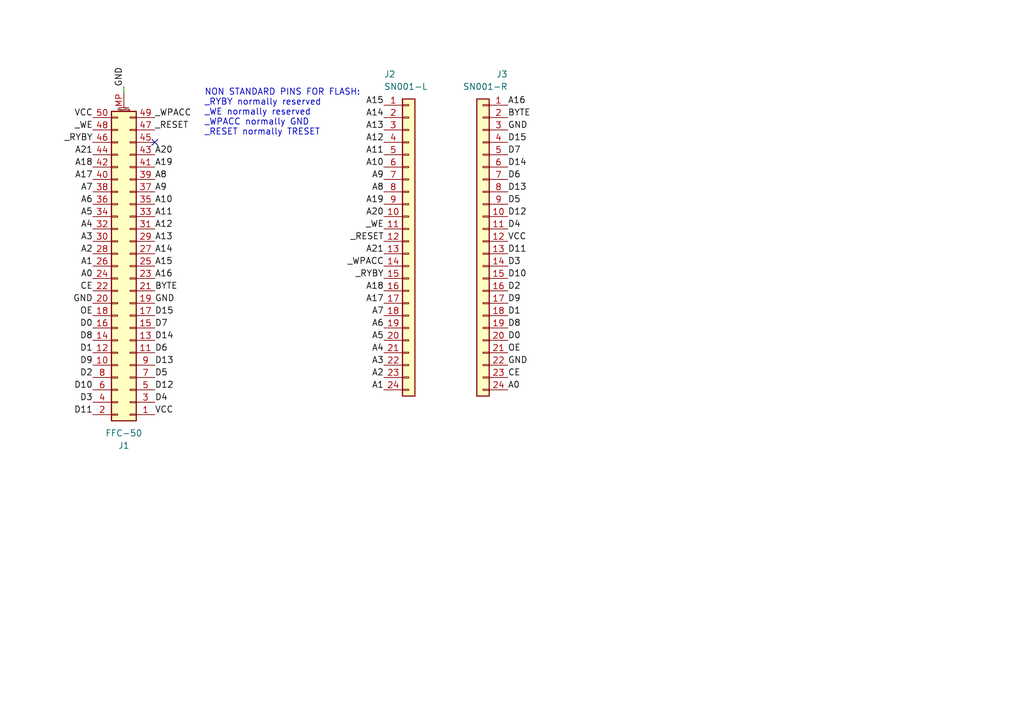
<source format=kicad_sch>
(kicad_sch (version 20230121) (generator eeschema)

  (uuid 218a50b5-5328-4910-8bfa-477207937a67)

  (paper "A5")

  (title_block
    (title "TokuROM Convert-Flash-TL866")
    (rev "1.0")
    (company "github.com/kasamikona/TokuROM")
  )

  (lib_symbols
    (symbol "Connector_Generic:Conn_01x24" (pin_names (offset 1.016) hide) (in_bom yes) (on_board yes)
      (property "Reference" "J" (at 0 30.48 0)
        (effects (font (size 1.27 1.27)))
      )
      (property "Value" "Conn_01x24" (at 0 -33.02 0)
        (effects (font (size 1.27 1.27)))
      )
      (property "Footprint" "" (at 0 0 0)
        (effects (font (size 1.27 1.27)) hide)
      )
      (property "Datasheet" "~" (at 0 0 0)
        (effects (font (size 1.27 1.27)) hide)
      )
      (property "ki_keywords" "connector" (at 0 0 0)
        (effects (font (size 1.27 1.27)) hide)
      )
      (property "ki_description" "Generic connector, single row, 01x24, script generated (kicad-library-utils/schlib/autogen/connector/)" (at 0 0 0)
        (effects (font (size 1.27 1.27)) hide)
      )
      (property "ki_fp_filters" "Connector*:*_1x??_*" (at 0 0 0)
        (effects (font (size 1.27 1.27)) hide)
      )
      (symbol "Conn_01x24_1_1"
        (rectangle (start -1.27 -30.353) (end 0 -30.607)
          (stroke (width 0.1524) (type default))
          (fill (type none))
        )
        (rectangle (start -1.27 -27.813) (end 0 -28.067)
          (stroke (width 0.1524) (type default))
          (fill (type none))
        )
        (rectangle (start -1.27 -25.273) (end 0 -25.527)
          (stroke (width 0.1524) (type default))
          (fill (type none))
        )
        (rectangle (start -1.27 -22.733) (end 0 -22.987)
          (stroke (width 0.1524) (type default))
          (fill (type none))
        )
        (rectangle (start -1.27 -20.193) (end 0 -20.447)
          (stroke (width 0.1524) (type default))
          (fill (type none))
        )
        (rectangle (start -1.27 -17.653) (end 0 -17.907)
          (stroke (width 0.1524) (type default))
          (fill (type none))
        )
        (rectangle (start -1.27 -15.113) (end 0 -15.367)
          (stroke (width 0.1524) (type default))
          (fill (type none))
        )
        (rectangle (start -1.27 -12.573) (end 0 -12.827)
          (stroke (width 0.1524) (type default))
          (fill (type none))
        )
        (rectangle (start -1.27 -10.033) (end 0 -10.287)
          (stroke (width 0.1524) (type default))
          (fill (type none))
        )
        (rectangle (start -1.27 -7.493) (end 0 -7.747)
          (stroke (width 0.1524) (type default))
          (fill (type none))
        )
        (rectangle (start -1.27 -4.953) (end 0 -5.207)
          (stroke (width 0.1524) (type default))
          (fill (type none))
        )
        (rectangle (start -1.27 -2.413) (end 0 -2.667)
          (stroke (width 0.1524) (type default))
          (fill (type none))
        )
        (rectangle (start -1.27 0.127) (end 0 -0.127)
          (stroke (width 0.1524) (type default))
          (fill (type none))
        )
        (rectangle (start -1.27 2.667) (end 0 2.413)
          (stroke (width 0.1524) (type default))
          (fill (type none))
        )
        (rectangle (start -1.27 5.207) (end 0 4.953)
          (stroke (width 0.1524) (type default))
          (fill (type none))
        )
        (rectangle (start -1.27 7.747) (end 0 7.493)
          (stroke (width 0.1524) (type default))
          (fill (type none))
        )
        (rectangle (start -1.27 10.287) (end 0 10.033)
          (stroke (width 0.1524) (type default))
          (fill (type none))
        )
        (rectangle (start -1.27 12.827) (end 0 12.573)
          (stroke (width 0.1524) (type default))
          (fill (type none))
        )
        (rectangle (start -1.27 15.367) (end 0 15.113)
          (stroke (width 0.1524) (type default))
          (fill (type none))
        )
        (rectangle (start -1.27 17.907) (end 0 17.653)
          (stroke (width 0.1524) (type default))
          (fill (type none))
        )
        (rectangle (start -1.27 20.447) (end 0 20.193)
          (stroke (width 0.1524) (type default))
          (fill (type none))
        )
        (rectangle (start -1.27 22.987) (end 0 22.733)
          (stroke (width 0.1524) (type default))
          (fill (type none))
        )
        (rectangle (start -1.27 25.527) (end 0 25.273)
          (stroke (width 0.1524) (type default))
          (fill (type none))
        )
        (rectangle (start -1.27 28.067) (end 0 27.813)
          (stroke (width 0.1524) (type default))
          (fill (type none))
        )
        (rectangle (start -1.27 29.21) (end 1.27 -31.75)
          (stroke (width 0.254) (type default))
          (fill (type background))
        )
        (pin passive line (at -5.08 27.94 0) (length 3.81)
          (name "Pin_1" (effects (font (size 1.27 1.27))))
          (number "1" (effects (font (size 1.27 1.27))))
        )
        (pin passive line (at -5.08 5.08 0) (length 3.81)
          (name "Pin_10" (effects (font (size 1.27 1.27))))
          (number "10" (effects (font (size 1.27 1.27))))
        )
        (pin passive line (at -5.08 2.54 0) (length 3.81)
          (name "Pin_11" (effects (font (size 1.27 1.27))))
          (number "11" (effects (font (size 1.27 1.27))))
        )
        (pin passive line (at -5.08 0 0) (length 3.81)
          (name "Pin_12" (effects (font (size 1.27 1.27))))
          (number "12" (effects (font (size 1.27 1.27))))
        )
        (pin passive line (at -5.08 -2.54 0) (length 3.81)
          (name "Pin_13" (effects (font (size 1.27 1.27))))
          (number "13" (effects (font (size 1.27 1.27))))
        )
        (pin passive line (at -5.08 -5.08 0) (length 3.81)
          (name "Pin_14" (effects (font (size 1.27 1.27))))
          (number "14" (effects (font (size 1.27 1.27))))
        )
        (pin passive line (at -5.08 -7.62 0) (length 3.81)
          (name "Pin_15" (effects (font (size 1.27 1.27))))
          (number "15" (effects (font (size 1.27 1.27))))
        )
        (pin passive line (at -5.08 -10.16 0) (length 3.81)
          (name "Pin_16" (effects (font (size 1.27 1.27))))
          (number "16" (effects (font (size 1.27 1.27))))
        )
        (pin passive line (at -5.08 -12.7 0) (length 3.81)
          (name "Pin_17" (effects (font (size 1.27 1.27))))
          (number "17" (effects (font (size 1.27 1.27))))
        )
        (pin passive line (at -5.08 -15.24 0) (length 3.81)
          (name "Pin_18" (effects (font (size 1.27 1.27))))
          (number "18" (effects (font (size 1.27 1.27))))
        )
        (pin passive line (at -5.08 -17.78 0) (length 3.81)
          (name "Pin_19" (effects (font (size 1.27 1.27))))
          (number "19" (effects (font (size 1.27 1.27))))
        )
        (pin passive line (at -5.08 25.4 0) (length 3.81)
          (name "Pin_2" (effects (font (size 1.27 1.27))))
          (number "2" (effects (font (size 1.27 1.27))))
        )
        (pin passive line (at -5.08 -20.32 0) (length 3.81)
          (name "Pin_20" (effects (font (size 1.27 1.27))))
          (number "20" (effects (font (size 1.27 1.27))))
        )
        (pin passive line (at -5.08 -22.86 0) (length 3.81)
          (name "Pin_21" (effects (font (size 1.27 1.27))))
          (number "21" (effects (font (size 1.27 1.27))))
        )
        (pin passive line (at -5.08 -25.4 0) (length 3.81)
          (name "Pin_22" (effects (font (size 1.27 1.27))))
          (number "22" (effects (font (size 1.27 1.27))))
        )
        (pin passive line (at -5.08 -27.94 0) (length 3.81)
          (name "Pin_23" (effects (font (size 1.27 1.27))))
          (number "23" (effects (font (size 1.27 1.27))))
        )
        (pin passive line (at -5.08 -30.48 0) (length 3.81)
          (name "Pin_24" (effects (font (size 1.27 1.27))))
          (number "24" (effects (font (size 1.27 1.27))))
        )
        (pin passive line (at -5.08 22.86 0) (length 3.81)
          (name "Pin_3" (effects (font (size 1.27 1.27))))
          (number "3" (effects (font (size 1.27 1.27))))
        )
        (pin passive line (at -5.08 20.32 0) (length 3.81)
          (name "Pin_4" (effects (font (size 1.27 1.27))))
          (number "4" (effects (font (size 1.27 1.27))))
        )
        (pin passive line (at -5.08 17.78 0) (length 3.81)
          (name "Pin_5" (effects (font (size 1.27 1.27))))
          (number "5" (effects (font (size 1.27 1.27))))
        )
        (pin passive line (at -5.08 15.24 0) (length 3.81)
          (name "Pin_6" (effects (font (size 1.27 1.27))))
          (number "6" (effects (font (size 1.27 1.27))))
        )
        (pin passive line (at -5.08 12.7 0) (length 3.81)
          (name "Pin_7" (effects (font (size 1.27 1.27))))
          (number "7" (effects (font (size 1.27 1.27))))
        )
        (pin passive line (at -5.08 10.16 0) (length 3.81)
          (name "Pin_8" (effects (font (size 1.27 1.27))))
          (number "8" (effects (font (size 1.27 1.27))))
        )
        (pin passive line (at -5.08 7.62 0) (length 3.81)
          (name "Pin_9" (effects (font (size 1.27 1.27))))
          (number "9" (effects (font (size 1.27 1.27))))
        )
      )
    )
    (symbol "Connector_Generic_MountingPin:Conn_02x25_Odd_Even_MountingPin" (pin_names (offset 1.016) hide) (in_bom yes) (on_board yes)
      (property "Reference" "J" (at 1.27 33.02 0)
        (effects (font (size 1.27 1.27)))
      )
      (property "Value" "Conn_02x25_Odd_Even_MountingPin" (at 2.54 -33.02 0)
        (effects (font (size 1.27 1.27)) (justify left))
      )
      (property "Footprint" "" (at 0 0 0)
        (effects (font (size 1.27 1.27)) hide)
      )
      (property "Datasheet" "~" (at 0 0 0)
        (effects (font (size 1.27 1.27)) hide)
      )
      (property "ki_keywords" "connector" (at 0 0 0)
        (effects (font (size 1.27 1.27)) hide)
      )
      (property "ki_description" "Generic connectable mounting pin connector, double row, 02x25, odd/even pin numbering scheme (row 1 odd numbers, row 2 even numbers), script generated (kicad-library-utils/schlib/autogen/connector/)" (at 0 0 0)
        (effects (font (size 1.27 1.27)) hide)
      )
      (property "ki_fp_filters" "Connector*:*_2x??-1MP*" (at 0 0 0)
        (effects (font (size 1.27 1.27)) hide)
      )
      (symbol "Conn_02x25_Odd_Even_MountingPin_1_1"
        (rectangle (start -1.27 -30.353) (end 0 -30.607)
          (stroke (width 0.1524) (type default))
          (fill (type none))
        )
        (rectangle (start -1.27 -27.813) (end 0 -28.067)
          (stroke (width 0.1524) (type default))
          (fill (type none))
        )
        (rectangle (start -1.27 -25.273) (end 0 -25.527)
          (stroke (width 0.1524) (type default))
          (fill (type none))
        )
        (rectangle (start -1.27 -22.733) (end 0 -22.987)
          (stroke (width 0.1524) (type default))
          (fill (type none))
        )
        (rectangle (start -1.27 -20.193) (end 0 -20.447)
          (stroke (width 0.1524) (type default))
          (fill (type none))
        )
        (rectangle (start -1.27 -17.653) (end 0 -17.907)
          (stroke (width 0.1524) (type default))
          (fill (type none))
        )
        (rectangle (start -1.27 -15.113) (end 0 -15.367)
          (stroke (width 0.1524) (type default))
          (fill (type none))
        )
        (rectangle (start -1.27 -12.573) (end 0 -12.827)
          (stroke (width 0.1524) (type default))
          (fill (type none))
        )
        (rectangle (start -1.27 -10.033) (end 0 -10.287)
          (stroke (width 0.1524) (type default))
          (fill (type none))
        )
        (rectangle (start -1.27 -7.493) (end 0 -7.747)
          (stroke (width 0.1524) (type default))
          (fill (type none))
        )
        (rectangle (start -1.27 -4.953) (end 0 -5.207)
          (stroke (width 0.1524) (type default))
          (fill (type none))
        )
        (rectangle (start -1.27 -2.413) (end 0 -2.667)
          (stroke (width 0.1524) (type default))
          (fill (type none))
        )
        (rectangle (start -1.27 0.127) (end 0 -0.127)
          (stroke (width 0.1524) (type default))
          (fill (type none))
        )
        (rectangle (start -1.27 2.667) (end 0 2.413)
          (stroke (width 0.1524) (type default))
          (fill (type none))
        )
        (rectangle (start -1.27 5.207) (end 0 4.953)
          (stroke (width 0.1524) (type default))
          (fill (type none))
        )
        (rectangle (start -1.27 7.747) (end 0 7.493)
          (stroke (width 0.1524) (type default))
          (fill (type none))
        )
        (rectangle (start -1.27 10.287) (end 0 10.033)
          (stroke (width 0.1524) (type default))
          (fill (type none))
        )
        (rectangle (start -1.27 12.827) (end 0 12.573)
          (stroke (width 0.1524) (type default))
          (fill (type none))
        )
        (rectangle (start -1.27 15.367) (end 0 15.113)
          (stroke (width 0.1524) (type default))
          (fill (type none))
        )
        (rectangle (start -1.27 17.907) (end 0 17.653)
          (stroke (width 0.1524) (type default))
          (fill (type none))
        )
        (rectangle (start -1.27 20.447) (end 0 20.193)
          (stroke (width 0.1524) (type default))
          (fill (type none))
        )
        (rectangle (start -1.27 22.987) (end 0 22.733)
          (stroke (width 0.1524) (type default))
          (fill (type none))
        )
        (rectangle (start -1.27 25.527) (end 0 25.273)
          (stroke (width 0.1524) (type default))
          (fill (type none))
        )
        (rectangle (start -1.27 28.067) (end 0 27.813)
          (stroke (width 0.1524) (type default))
          (fill (type none))
        )
        (rectangle (start -1.27 30.607) (end 0 30.353)
          (stroke (width 0.1524) (type default))
          (fill (type none))
        )
        (rectangle (start -1.27 31.75) (end 3.81 -31.75)
          (stroke (width 0.254) (type default))
          (fill (type background))
        )
        (polyline
          (pts
            (xy 0.254 -32.512)
            (xy 2.286 -32.512)
          )
          (stroke (width 0.1524) (type default))
          (fill (type none))
        )
        (rectangle (start 3.81 -30.353) (end 2.54 -30.607)
          (stroke (width 0.1524) (type default))
          (fill (type none))
        )
        (rectangle (start 3.81 -27.813) (end 2.54 -28.067)
          (stroke (width 0.1524) (type default))
          (fill (type none))
        )
        (rectangle (start 3.81 -25.273) (end 2.54 -25.527)
          (stroke (width 0.1524) (type default))
          (fill (type none))
        )
        (rectangle (start 3.81 -22.733) (end 2.54 -22.987)
          (stroke (width 0.1524) (type default))
          (fill (type none))
        )
        (rectangle (start 3.81 -20.193) (end 2.54 -20.447)
          (stroke (width 0.1524) (type default))
          (fill (type none))
        )
        (rectangle (start 3.81 -17.653) (end 2.54 -17.907)
          (stroke (width 0.1524) (type default))
          (fill (type none))
        )
        (rectangle (start 3.81 -15.113) (end 2.54 -15.367)
          (stroke (width 0.1524) (type default))
          (fill (type none))
        )
        (rectangle (start 3.81 -12.573) (end 2.54 -12.827)
          (stroke (width 0.1524) (type default))
          (fill (type none))
        )
        (rectangle (start 3.81 -10.033) (end 2.54 -10.287)
          (stroke (width 0.1524) (type default))
          (fill (type none))
        )
        (rectangle (start 3.81 -7.493) (end 2.54 -7.747)
          (stroke (width 0.1524) (type default))
          (fill (type none))
        )
        (rectangle (start 3.81 -4.953) (end 2.54 -5.207)
          (stroke (width 0.1524) (type default))
          (fill (type none))
        )
        (rectangle (start 3.81 -2.413) (end 2.54 -2.667)
          (stroke (width 0.1524) (type default))
          (fill (type none))
        )
        (rectangle (start 3.81 0.127) (end 2.54 -0.127)
          (stroke (width 0.1524) (type default))
          (fill (type none))
        )
        (rectangle (start 3.81 2.667) (end 2.54 2.413)
          (stroke (width 0.1524) (type default))
          (fill (type none))
        )
        (rectangle (start 3.81 5.207) (end 2.54 4.953)
          (stroke (width 0.1524) (type default))
          (fill (type none))
        )
        (rectangle (start 3.81 7.747) (end 2.54 7.493)
          (stroke (width 0.1524) (type default))
          (fill (type none))
        )
        (rectangle (start 3.81 10.287) (end 2.54 10.033)
          (stroke (width 0.1524) (type default))
          (fill (type none))
        )
        (rectangle (start 3.81 12.827) (end 2.54 12.573)
          (stroke (width 0.1524) (type default))
          (fill (type none))
        )
        (rectangle (start 3.81 15.367) (end 2.54 15.113)
          (stroke (width 0.1524) (type default))
          (fill (type none))
        )
        (rectangle (start 3.81 17.907) (end 2.54 17.653)
          (stroke (width 0.1524) (type default))
          (fill (type none))
        )
        (rectangle (start 3.81 20.447) (end 2.54 20.193)
          (stroke (width 0.1524) (type default))
          (fill (type none))
        )
        (rectangle (start 3.81 22.987) (end 2.54 22.733)
          (stroke (width 0.1524) (type default))
          (fill (type none))
        )
        (rectangle (start 3.81 25.527) (end 2.54 25.273)
          (stroke (width 0.1524) (type default))
          (fill (type none))
        )
        (rectangle (start 3.81 28.067) (end 2.54 27.813)
          (stroke (width 0.1524) (type default))
          (fill (type none))
        )
        (rectangle (start 3.81 30.607) (end 2.54 30.353)
          (stroke (width 0.1524) (type default))
          (fill (type none))
        )
        (text "Mounting" (at 1.27 -32.131 0)
          (effects (font (size 0.381 0.381)))
        )
        (pin passive line (at -5.08 30.48 0) (length 3.81)
          (name "Pin_1" (effects (font (size 1.27 1.27))))
          (number "1" (effects (font (size 1.27 1.27))))
        )
        (pin passive line (at 7.62 20.32 180) (length 3.81)
          (name "Pin_10" (effects (font (size 1.27 1.27))))
          (number "10" (effects (font (size 1.27 1.27))))
        )
        (pin passive line (at -5.08 17.78 0) (length 3.81)
          (name "Pin_11" (effects (font (size 1.27 1.27))))
          (number "11" (effects (font (size 1.27 1.27))))
        )
        (pin passive line (at 7.62 17.78 180) (length 3.81)
          (name "Pin_12" (effects (font (size 1.27 1.27))))
          (number "12" (effects (font (size 1.27 1.27))))
        )
        (pin passive line (at -5.08 15.24 0) (length 3.81)
          (name "Pin_13" (effects (font (size 1.27 1.27))))
          (number "13" (effects (font (size 1.27 1.27))))
        )
        (pin passive line (at 7.62 15.24 180) (length 3.81)
          (name "Pin_14" (effects (font (size 1.27 1.27))))
          (number "14" (effects (font (size 1.27 1.27))))
        )
        (pin passive line (at -5.08 12.7 0) (length 3.81)
          (name "Pin_15" (effects (font (size 1.27 1.27))))
          (number "15" (effects (font (size 1.27 1.27))))
        )
        (pin passive line (at 7.62 12.7 180) (length 3.81)
          (name "Pin_16" (effects (font (size 1.27 1.27))))
          (number "16" (effects (font (size 1.27 1.27))))
        )
        (pin passive line (at -5.08 10.16 0) (length 3.81)
          (name "Pin_17" (effects (font (size 1.27 1.27))))
          (number "17" (effects (font (size 1.27 1.27))))
        )
        (pin passive line (at 7.62 10.16 180) (length 3.81)
          (name "Pin_18" (effects (font (size 1.27 1.27))))
          (number "18" (effects (font (size 1.27 1.27))))
        )
        (pin passive line (at -5.08 7.62 0) (length 3.81)
          (name "Pin_19" (effects (font (size 1.27 1.27))))
          (number "19" (effects (font (size 1.27 1.27))))
        )
        (pin passive line (at 7.62 30.48 180) (length 3.81)
          (name "Pin_2" (effects (font (size 1.27 1.27))))
          (number "2" (effects (font (size 1.27 1.27))))
        )
        (pin passive line (at 7.62 7.62 180) (length 3.81)
          (name "Pin_20" (effects (font (size 1.27 1.27))))
          (number "20" (effects (font (size 1.27 1.27))))
        )
        (pin passive line (at -5.08 5.08 0) (length 3.81)
          (name "Pin_21" (effects (font (size 1.27 1.27))))
          (number "21" (effects (font (size 1.27 1.27))))
        )
        (pin passive line (at 7.62 5.08 180) (length 3.81)
          (name "Pin_22" (effects (font (size 1.27 1.27))))
          (number "22" (effects (font (size 1.27 1.27))))
        )
        (pin passive line (at -5.08 2.54 0) (length 3.81)
          (name "Pin_23" (effects (font (size 1.27 1.27))))
          (number "23" (effects (font (size 1.27 1.27))))
        )
        (pin passive line (at 7.62 2.54 180) (length 3.81)
          (name "Pin_24" (effects (font (size 1.27 1.27))))
          (number "24" (effects (font (size 1.27 1.27))))
        )
        (pin passive line (at -5.08 0 0) (length 3.81)
          (name "Pin_25" (effects (font (size 1.27 1.27))))
          (number "25" (effects (font (size 1.27 1.27))))
        )
        (pin passive line (at 7.62 0 180) (length 3.81)
          (name "Pin_26" (effects (font (size 1.27 1.27))))
          (number "26" (effects (font (size 1.27 1.27))))
        )
        (pin passive line (at -5.08 -2.54 0) (length 3.81)
          (name "Pin_27" (effects (font (size 1.27 1.27))))
          (number "27" (effects (font (size 1.27 1.27))))
        )
        (pin passive line (at 7.62 -2.54 180) (length 3.81)
          (name "Pin_28" (effects (font (size 1.27 1.27))))
          (number "28" (effects (font (size 1.27 1.27))))
        )
        (pin passive line (at -5.08 -5.08 0) (length 3.81)
          (name "Pin_29" (effects (font (size 1.27 1.27))))
          (number "29" (effects (font (size 1.27 1.27))))
        )
        (pin passive line (at -5.08 27.94 0) (length 3.81)
          (name "Pin_3" (effects (font (size 1.27 1.27))))
          (number "3" (effects (font (size 1.27 1.27))))
        )
        (pin passive line (at 7.62 -5.08 180) (length 3.81)
          (name "Pin_30" (effects (font (size 1.27 1.27))))
          (number "30" (effects (font (size 1.27 1.27))))
        )
        (pin passive line (at -5.08 -7.62 0) (length 3.81)
          (name "Pin_31" (effects (font (size 1.27 1.27))))
          (number "31" (effects (font (size 1.27 1.27))))
        )
        (pin passive line (at 7.62 -7.62 180) (length 3.81)
          (name "Pin_32" (effects (font (size 1.27 1.27))))
          (number "32" (effects (font (size 1.27 1.27))))
        )
        (pin passive line (at -5.08 -10.16 0) (length 3.81)
          (name "Pin_33" (effects (font (size 1.27 1.27))))
          (number "33" (effects (font (size 1.27 1.27))))
        )
        (pin passive line (at 7.62 -10.16 180) (length 3.81)
          (name "Pin_34" (effects (font (size 1.27 1.27))))
          (number "34" (effects (font (size 1.27 1.27))))
        )
        (pin passive line (at -5.08 -12.7 0) (length 3.81)
          (name "Pin_35" (effects (font (size 1.27 1.27))))
          (number "35" (effects (font (size 1.27 1.27))))
        )
        (pin passive line (at 7.62 -12.7 180) (length 3.81)
          (name "Pin_36" (effects (font (size 1.27 1.27))))
          (number "36" (effects (font (size 1.27 1.27))))
        )
        (pin passive line (at -5.08 -15.24 0) (length 3.81)
          (name "Pin_37" (effects (font (size 1.27 1.27))))
          (number "37" (effects (font (size 1.27 1.27))))
        )
        (pin passive line (at 7.62 -15.24 180) (length 3.81)
          (name "Pin_38" (effects (font (size 1.27 1.27))))
          (number "38" (effects (font (size 1.27 1.27))))
        )
        (pin passive line (at -5.08 -17.78 0) (length 3.81)
          (name "Pin_39" (effects (font (size 1.27 1.27))))
          (number "39" (effects (font (size 1.27 1.27))))
        )
        (pin passive line (at 7.62 27.94 180) (length 3.81)
          (name "Pin_4" (effects (font (size 1.27 1.27))))
          (number "4" (effects (font (size 1.27 1.27))))
        )
        (pin passive line (at 7.62 -17.78 180) (length 3.81)
          (name "Pin_40" (effects (font (size 1.27 1.27))))
          (number "40" (effects (font (size 1.27 1.27))))
        )
        (pin passive line (at -5.08 -20.32 0) (length 3.81)
          (name "Pin_41" (effects (font (size 1.27 1.27))))
          (number "41" (effects (font (size 1.27 1.27))))
        )
        (pin passive line (at 7.62 -20.32 180) (length 3.81)
          (name "Pin_42" (effects (font (size 1.27 1.27))))
          (number "42" (effects (font (size 1.27 1.27))))
        )
        (pin passive line (at -5.08 -22.86 0) (length 3.81)
          (name "Pin_43" (effects (font (size 1.27 1.27))))
          (number "43" (effects (font (size 1.27 1.27))))
        )
        (pin passive line (at 7.62 -22.86 180) (length 3.81)
          (name "Pin_44" (effects (font (size 1.27 1.27))))
          (number "44" (effects (font (size 1.27 1.27))))
        )
        (pin passive line (at -5.08 -25.4 0) (length 3.81)
          (name "Pin_45" (effects (font (size 1.27 1.27))))
          (number "45" (effects (font (size 1.27 1.27))))
        )
        (pin passive line (at 7.62 -25.4 180) (length 3.81)
          (name "Pin_46" (effects (font (size 1.27 1.27))))
          (number "46" (effects (font (size 1.27 1.27))))
        )
        (pin passive line (at -5.08 -27.94 0) (length 3.81)
          (name "Pin_47" (effects (font (size 1.27 1.27))))
          (number "47" (effects (font (size 1.27 1.27))))
        )
        (pin passive line (at 7.62 -27.94 180) (length 3.81)
          (name "Pin_48" (effects (font (size 1.27 1.27))))
          (number "48" (effects (font (size 1.27 1.27))))
        )
        (pin passive line (at -5.08 -30.48 0) (length 3.81)
          (name "Pin_49" (effects (font (size 1.27 1.27))))
          (number "49" (effects (font (size 1.27 1.27))))
        )
        (pin passive line (at -5.08 25.4 0) (length 3.81)
          (name "Pin_5" (effects (font (size 1.27 1.27))))
          (number "5" (effects (font (size 1.27 1.27))))
        )
        (pin passive line (at 7.62 -30.48 180) (length 3.81)
          (name "Pin_50" (effects (font (size 1.27 1.27))))
          (number "50" (effects (font (size 1.27 1.27))))
        )
        (pin passive line (at 7.62 25.4 180) (length 3.81)
          (name "Pin_6" (effects (font (size 1.27 1.27))))
          (number "6" (effects (font (size 1.27 1.27))))
        )
        (pin passive line (at -5.08 22.86 0) (length 3.81)
          (name "Pin_7" (effects (font (size 1.27 1.27))))
          (number "7" (effects (font (size 1.27 1.27))))
        )
        (pin passive line (at 7.62 22.86 180) (length 3.81)
          (name "Pin_8" (effects (font (size 1.27 1.27))))
          (number "8" (effects (font (size 1.27 1.27))))
        )
        (pin passive line (at -5.08 20.32 0) (length 3.81)
          (name "Pin_9" (effects (font (size 1.27 1.27))))
          (number "9" (effects (font (size 1.27 1.27))))
        )
        (pin passive line (at 1.27 -35.56 90) (length 3.048)
          (name "MountPin" (effects (font (size 1.27 1.27))))
          (number "MP" (effects (font (size 1.27 1.27))))
        )
      )
    )
  )


  (no_connect (at 31.75 29.21) (uuid c2a4f1e1-915d-42b3-bacd-0e9d8c132d5c))

  (wire (pts (xy 25.4 17.78) (xy 25.4 19.05))
    (stroke (width 0) (type default))
    (uuid 7d443f2a-f378-41e5-b552-69cb5f287469)
  )

  (text "NON STANDARD PINS FOR FLASH:\n_RYBY normally reserved\n_WE normally reserved\n_WPACC normally GND\n_RESET normally TRESET"
    (at 41.91 27.94 0)
    (effects (font (size 1.27 1.27)) (justify left bottom))
    (uuid 0bd1c956-cbe7-4e6e-be7c-ebedb1a8f53e)
  )

  (label "D5" (at 31.75 77.47 0) (fields_autoplaced)
    (effects (font (size 1.27 1.27)) (justify left bottom))
    (uuid 02ac1e1b-4b9e-4cd5-b349-a1d96be982d1)
  )
  (label "CE" (at 104.14 77.47 0) (fields_autoplaced)
    (effects (font (size 1.27 1.27)) (justify left bottom))
    (uuid 03290533-64bf-4847-9d22-f9faa56f4bb1)
  )
  (label "GND" (at 104.14 74.93 0) (fields_autoplaced)
    (effects (font (size 1.27 1.27)) (justify left bottom))
    (uuid 069120d7-bfc1-4639-bcb8-6341b3487a48)
  )
  (label "_RYBY" (at 19.05 29.21 180) (fields_autoplaced)
    (effects (font (size 1.27 1.27)) (justify right bottom))
    (uuid 0851613d-e3bc-40ed-aea7-5d0169d3d127)
  )
  (label "D4" (at 104.14 46.99 0) (fields_autoplaced)
    (effects (font (size 1.27 1.27)) (justify left bottom))
    (uuid 0ae5a3aa-af79-45d7-a9c2-b2d30a50156a)
  )
  (label "A17" (at 78.74 62.23 180) (fields_autoplaced)
    (effects (font (size 1.27 1.27)) (justify right bottom))
    (uuid 0c03d2f1-4207-4713-b4d4-b6c954852627)
  )
  (label "D3" (at 19.05 82.55 180) (fields_autoplaced)
    (effects (font (size 1.27 1.27)) (justify right bottom))
    (uuid 108771d0-7045-4ad5-b733-01d116da5775)
  )
  (label "A7" (at 19.05 39.37 180) (fields_autoplaced)
    (effects (font (size 1.27 1.27)) (justify right bottom))
    (uuid 122050a8-6638-4bc8-afd7-32b4819e8843)
  )
  (label "A5" (at 78.74 69.85 180) (fields_autoplaced)
    (effects (font (size 1.27 1.27)) (justify right bottom))
    (uuid 16b3ef23-4a27-4430-850f-47c76a9c21cb)
  )
  (label "A3" (at 19.05 49.53 180) (fields_autoplaced)
    (effects (font (size 1.27 1.27)) (justify right bottom))
    (uuid 1dd92118-eb36-4966-a71c-cc8c9cf94546)
  )
  (label "A4" (at 78.74 72.39 180) (fields_autoplaced)
    (effects (font (size 1.27 1.27)) (justify right bottom))
    (uuid 1f245336-ebf3-4276-8e41-e9dc5fbdcfc5)
  )
  (label "_WE" (at 78.74 46.99 180) (fields_autoplaced)
    (effects (font (size 1.27 1.27)) (justify right bottom))
    (uuid 1f9665cd-3542-4021-b07b-4bdb4d71f565)
  )
  (label "D12" (at 104.14 44.45 0) (fields_autoplaced)
    (effects (font (size 1.27 1.27)) (justify left bottom))
    (uuid 1fa8ae9f-28be-4141-a187-157e205f01cd)
  )
  (label "A1" (at 19.05 54.61 180) (fields_autoplaced)
    (effects (font (size 1.27 1.27)) (justify right bottom))
    (uuid 21412a98-6685-41b5-8233-b2589474007a)
  )
  (label "A11" (at 31.75 44.45 0) (fields_autoplaced)
    (effects (font (size 1.27 1.27)) (justify left bottom))
    (uuid 219a030c-4eeb-43ac-9d29-e6ec397e1a13)
  )
  (label "VCC" (at 19.05 24.13 180) (fields_autoplaced)
    (effects (font (size 1.27 1.27)) (justify right bottom))
    (uuid 23229897-3e3e-43ec-bc97-c92ef2db56d6)
  )
  (label "D3" (at 104.14 54.61 0) (fields_autoplaced)
    (effects (font (size 1.27 1.27)) (justify left bottom))
    (uuid 24f610e7-f8cf-429f-93e0-1fb67a17309f)
  )
  (label "_RESET" (at 78.74 49.53 180) (fields_autoplaced)
    (effects (font (size 1.27 1.27)) (justify right bottom))
    (uuid 256b013a-2411-4933-af49-24092ecb26ce)
  )
  (label "BYTE" (at 104.14 24.13 0) (fields_autoplaced)
    (effects (font (size 1.27 1.27)) (justify left bottom))
    (uuid 29379b2f-7e49-41da-a8c4-8927f6fba4a2)
  )
  (label "A8" (at 78.74 39.37 180) (fields_autoplaced)
    (effects (font (size 1.27 1.27)) (justify right bottom))
    (uuid 29d29813-17fb-46a3-9564-30954cf58fb2)
  )
  (label "A1" (at 78.74 80.01 180) (fields_autoplaced)
    (effects (font (size 1.27 1.27)) (justify right bottom))
    (uuid 2a47d5c0-f5f4-4480-9727-b793a0c5ccb0)
  )
  (label "A14" (at 31.75 52.07 0) (fields_autoplaced)
    (effects (font (size 1.27 1.27)) (justify left bottom))
    (uuid 2cee6022-6767-4c36-af1b-5b49cefd1768)
  )
  (label "A10" (at 78.74 34.29 180) (fields_autoplaced)
    (effects (font (size 1.27 1.27)) (justify right bottom))
    (uuid 2ff2bebd-bb06-424c-952e-71f1eca28708)
  )
  (label "D11" (at 104.14 52.07 0) (fields_autoplaced)
    (effects (font (size 1.27 1.27)) (justify left bottom))
    (uuid 30cf9e0b-2b7a-4134-a1e2-8819f2beac0d)
  )
  (label "A9" (at 31.75 39.37 0) (fields_autoplaced)
    (effects (font (size 1.27 1.27)) (justify left bottom))
    (uuid 360b4e9a-eb64-470b-8db4-e60af17d2a2f)
  )
  (label "A13" (at 31.75 49.53 0) (fields_autoplaced)
    (effects (font (size 1.27 1.27)) (justify left bottom))
    (uuid 398f39fd-ca87-433b-9fd4-41ebbfb69cec)
  )
  (label "D2" (at 19.05 77.47 180) (fields_autoplaced)
    (effects (font (size 1.27 1.27)) (justify right bottom))
    (uuid 3cb28856-84a4-4127-983d-6134efeb8e1d)
  )
  (label "GND" (at 25.4 17.78 90) (fields_autoplaced)
    (effects (font (size 1.27 1.27)) (justify left bottom))
    (uuid 3e994794-3ad7-4335-8b0d-eb77e4dcf54a)
  )
  (label "VCC" (at 104.14 49.53 0) (fields_autoplaced)
    (effects (font (size 1.27 1.27)) (justify left bottom))
    (uuid 3fa6f457-bd26-40f3-9986-4ec24f658d79)
  )
  (label "A0" (at 104.14 80.01 0) (fields_autoplaced)
    (effects (font (size 1.27 1.27)) (justify left bottom))
    (uuid 407e76f2-5eae-43e3-b0d5-622a40654f3e)
  )
  (label "A18" (at 19.05 34.29 180) (fields_autoplaced)
    (effects (font (size 1.27 1.27)) (justify right bottom))
    (uuid 4baf30c1-82ba-4507-b779-fea750089d9a)
  )
  (label "A0" (at 19.05 57.15 180) (fields_autoplaced)
    (effects (font (size 1.27 1.27)) (justify right bottom))
    (uuid 504efc43-a0fc-4f3f-9a53-f17d503ae007)
  )
  (label "VCC" (at 31.75 85.09 0) (fields_autoplaced)
    (effects (font (size 1.27 1.27)) (justify left bottom))
    (uuid 540242ac-4039-49b1-92da-341897d7392b)
  )
  (label "D6" (at 104.14 36.83 0) (fields_autoplaced)
    (effects (font (size 1.27 1.27)) (justify left bottom))
    (uuid 55baf20c-b4f6-410f-9ec6-0c6914c5ebea)
  )
  (label "_WPACC" (at 78.74 54.61 180) (fields_autoplaced)
    (effects (font (size 1.27 1.27)) (justify right bottom))
    (uuid 5c7ec1b3-a701-499f-a664-c3bc13d11cb4)
  )
  (label "A10" (at 31.75 41.91 0) (fields_autoplaced)
    (effects (font (size 1.27 1.27)) (justify left bottom))
    (uuid 5dd721f5-8e7a-435d-aa13-94629fbfcffc)
  )
  (label "D1" (at 19.05 72.39 180) (fields_autoplaced)
    (effects (font (size 1.27 1.27)) (justify right bottom))
    (uuid 5f923757-97c6-401c-a222-6a705a2ed8cf)
  )
  (label "D10" (at 104.14 57.15 0) (fields_autoplaced)
    (effects (font (size 1.27 1.27)) (justify left bottom))
    (uuid 62cacf65-3a68-427d-9adc-b1e53ae213f6)
  )
  (label "D6" (at 31.75 72.39 0) (fields_autoplaced)
    (effects (font (size 1.27 1.27)) (justify left bottom))
    (uuid 6452e947-b3b9-43ff-baf0-88d1a64e7470)
  )
  (label "D4" (at 31.75 82.55 0) (fields_autoplaced)
    (effects (font (size 1.27 1.27)) (justify left bottom))
    (uuid 67d7abe0-281e-41d1-8071-cd61cbc4eccb)
  )
  (label "A18" (at 78.74 59.69 180) (fields_autoplaced)
    (effects (font (size 1.27 1.27)) (justify right bottom))
    (uuid 6bc29722-2fb2-4fe6-a118-fd60d2522d87)
  )
  (label "A13" (at 78.74 26.67 180) (fields_autoplaced)
    (effects (font (size 1.27 1.27)) (justify right bottom))
    (uuid 71736560-bc41-4521-bb23-09c68d6bdf9b)
  )
  (label "A11" (at 78.74 31.75 180) (fields_autoplaced)
    (effects (font (size 1.27 1.27)) (justify right bottom))
    (uuid 7902a970-bbb1-4f6f-9e10-ad1dfa0a8d2d)
  )
  (label "A9" (at 78.74 36.83 180) (fields_autoplaced)
    (effects (font (size 1.27 1.27)) (justify right bottom))
    (uuid 7ac20675-c7a2-4016-8b49-0f76d82d7e02)
  )
  (label "A12" (at 31.75 46.99 0) (fields_autoplaced)
    (effects (font (size 1.27 1.27)) (justify left bottom))
    (uuid 7d2ee2ea-520d-43fe-aed3-4d9c2c5e5256)
  )
  (label "A19" (at 78.74 41.91 180) (fields_autoplaced)
    (effects (font (size 1.27 1.27)) (justify right bottom))
    (uuid 81b586eb-912b-4543-bc6d-68488b06ab80)
  )
  (label "A15" (at 78.74 21.59 180) (fields_autoplaced)
    (effects (font (size 1.27 1.27)) (justify right bottom))
    (uuid 84b593d6-1838-424c-8279-5215cc349207)
  )
  (label "D8" (at 19.05 69.85 180) (fields_autoplaced)
    (effects (font (size 1.27 1.27)) (justify right bottom))
    (uuid 86018996-5818-44f5-b97c-746b541de1de)
  )
  (label "D0" (at 104.14 69.85 0) (fields_autoplaced)
    (effects (font (size 1.27 1.27)) (justify left bottom))
    (uuid 87fde403-be67-45e2-b171-bacdf2bb5510)
  )
  (label "D12" (at 31.75 80.01 0) (fields_autoplaced)
    (effects (font (size 1.27 1.27)) (justify left bottom))
    (uuid 8d0a0753-1da6-4c52-87c0-3aae2a640317)
  )
  (label "D13" (at 31.75 74.93 0) (fields_autoplaced)
    (effects (font (size 1.27 1.27)) (justify left bottom))
    (uuid 8d8f62b7-c367-4c67-8e33-74de9fe986ea)
  )
  (label "A7" (at 78.74 64.77 180) (fields_autoplaced)
    (effects (font (size 1.27 1.27)) (justify right bottom))
    (uuid 8dbe9ed8-c538-4670-9cd6-fe8a85c46d9c)
  )
  (label "D11" (at 19.05 85.09 180) (fields_autoplaced)
    (effects (font (size 1.27 1.27)) (justify right bottom))
    (uuid 8e17f83e-a87f-43a2-acd6-67d305bcd7a1)
  )
  (label "A12" (at 78.74 29.21 180) (fields_autoplaced)
    (effects (font (size 1.27 1.27)) (justify right bottom))
    (uuid 91f22943-6ba0-477a-abf2-4c3ee6379c49)
  )
  (label "A21" (at 78.74 52.07 180) (fields_autoplaced)
    (effects (font (size 1.27 1.27)) (justify right bottom))
    (uuid 94beb1d3-de3c-4ba6-b492-1558ba03945b)
  )
  (label "D15" (at 104.14 29.21 0) (fields_autoplaced)
    (effects (font (size 1.27 1.27)) (justify left bottom))
    (uuid 9504c1ee-7491-488f-a1a9-bad31a88d271)
  )
  (label "A4" (at 19.05 46.99 180) (fields_autoplaced)
    (effects (font (size 1.27 1.27)) (justify right bottom))
    (uuid 96d441fa-e23d-4672-a209-358ce6275761)
  )
  (label "D0" (at 19.05 67.31 180) (fields_autoplaced)
    (effects (font (size 1.27 1.27)) (justify right bottom))
    (uuid a2602ba8-d24f-4e37-88f1-a0b3818db25d)
  )
  (label "D14" (at 104.14 34.29 0) (fields_autoplaced)
    (effects (font (size 1.27 1.27)) (justify left bottom))
    (uuid a4d50961-ce0f-4b37-bad9-0ae7de7707db)
  )
  (label "A2" (at 78.74 77.47 180) (fields_autoplaced)
    (effects (font (size 1.27 1.27)) (justify right bottom))
    (uuid a5735d11-8576-4e4c-a9d1-012bff686752)
  )
  (label "A20" (at 78.74 44.45 180) (fields_autoplaced)
    (effects (font (size 1.27 1.27)) (justify right bottom))
    (uuid a799d675-4164-4655-b547-aadb1247d799)
  )
  (label "_RESET" (at 31.75 26.67 0) (fields_autoplaced)
    (effects (font (size 1.27 1.27)) (justify left bottom))
    (uuid a846f478-2f4a-4324-8a4a-33cf17b5fc47)
  )
  (label "A16" (at 31.75 57.15 0) (fields_autoplaced)
    (effects (font (size 1.27 1.27)) (justify left bottom))
    (uuid a96a865b-f1f5-46c2-a2b3-4f075b5a486b)
  )
  (label "A20" (at 31.75 31.75 0) (fields_autoplaced)
    (effects (font (size 1.27 1.27)) (justify left bottom))
    (uuid aab8fa34-fe43-4c1f-b951-805a1b1c6702)
  )
  (label "A5" (at 19.05 44.45 180) (fields_autoplaced)
    (effects (font (size 1.27 1.27)) (justify right bottom))
    (uuid ab985687-e7e4-4a7e-b744-a49af68c1326)
  )
  (label "D8" (at 104.14 67.31 0) (fields_autoplaced)
    (effects (font (size 1.27 1.27)) (justify left bottom))
    (uuid ae6d4ffd-22e6-42b6-8764-0f26c2619991)
  )
  (label "D9" (at 104.14 62.23 0) (fields_autoplaced)
    (effects (font (size 1.27 1.27)) (justify left bottom))
    (uuid b39375d6-4ae0-4a6a-ab80-edc68d451218)
  )
  (label "CE" (at 19.05 59.69 180) (fields_autoplaced)
    (effects (font (size 1.27 1.27)) (justify right bottom))
    (uuid b5bd37d1-a5df-4d95-a8c1-dd256f8fef3e)
  )
  (label "A16" (at 104.14 21.59 0) (fields_autoplaced)
    (effects (font (size 1.27 1.27)) (justify left bottom))
    (uuid b69d3244-068f-43ce-8774-fe7136eb3d72)
  )
  (label "A21" (at 19.05 31.75 180) (fields_autoplaced)
    (effects (font (size 1.27 1.27)) (justify right bottom))
    (uuid b83ce43a-36db-4d39-a0c7-db05c9356835)
  )
  (label "A15" (at 31.75 54.61 0) (fields_autoplaced)
    (effects (font (size 1.27 1.27)) (justify left bottom))
    (uuid bb072aa2-19d4-4d58-8807-88cdf2d73e00)
  )
  (label "A6" (at 19.05 41.91 180) (fields_autoplaced)
    (effects (font (size 1.27 1.27)) (justify right bottom))
    (uuid bd345ae5-c129-4cf3-987e-e9c3ca447ba8)
  )
  (label "A2" (at 19.05 52.07 180) (fields_autoplaced)
    (effects (font (size 1.27 1.27)) (justify right bottom))
    (uuid c1ca2a6c-7126-47c9-ab0e-267102fc7aa9)
  )
  (label "_WE" (at 19.05 26.67 180) (fields_autoplaced)
    (effects (font (size 1.27 1.27)) (justify right bottom))
    (uuid c3d891dd-1453-4b26-8308-b16a27089c83)
  )
  (label "A3" (at 78.74 74.93 180) (fields_autoplaced)
    (effects (font (size 1.27 1.27)) (justify right bottom))
    (uuid c5fe9d5e-a71f-461d-b5da-c1d3c1f12dce)
  )
  (label "GND" (at 19.05 62.23 180) (fields_autoplaced)
    (effects (font (size 1.27 1.27)) (justify right bottom))
    (uuid c6b8751a-7d03-4d50-949f-86542971490a)
  )
  (label "D1" (at 104.14 64.77 0) (fields_autoplaced)
    (effects (font (size 1.27 1.27)) (justify left bottom))
    (uuid c944d8e8-06f5-4ca3-a7bd-7ac09ee04eae)
  )
  (label "A6" (at 78.74 67.31 180) (fields_autoplaced)
    (effects (font (size 1.27 1.27)) (justify right bottom))
    (uuid cbdbab79-f328-43bd-90a5-fa269837f877)
  )
  (label "D13" (at 104.14 39.37 0) (fields_autoplaced)
    (effects (font (size 1.27 1.27)) (justify left bottom))
    (uuid ce57a2e5-43e0-41dc-8b75-200b2f54855d)
  )
  (label "GND" (at 104.14 26.67 0) (fields_autoplaced)
    (effects (font (size 1.27 1.27)) (justify left bottom))
    (uuid cf6adb0b-1c8c-4148-8694-da3ff6a5dec3)
  )
  (label "_WPACC" (at 31.75 24.13 0) (fields_autoplaced)
    (effects (font (size 1.27 1.27)) (justify left bottom))
    (uuid d2314bc8-4dd1-4743-a3d4-234cefb13681)
  )
  (label "D7" (at 31.75 67.31 0) (fields_autoplaced)
    (effects (font (size 1.27 1.27)) (justify left bottom))
    (uuid d2488fc6-3fd0-4cf4-86a4-fddeda0cb836)
  )
  (label "OE" (at 19.05 64.77 180) (fields_autoplaced)
    (effects (font (size 1.27 1.27)) (justify right bottom))
    (uuid d2f244a3-1218-4455-885a-151e1b3b90f7)
  )
  (label "D5" (at 104.14 41.91 0) (fields_autoplaced)
    (effects (font (size 1.27 1.27)) (justify left bottom))
    (uuid d6e82722-7587-4858-bd59-ab437bf22507)
  )
  (label "D9" (at 19.05 74.93 180) (fields_autoplaced)
    (effects (font (size 1.27 1.27)) (justify right bottom))
    (uuid dcd4e6ac-807f-4ef9-ab1a-843b7c40e024)
  )
  (label "BYTE" (at 31.75 59.69 0) (fields_autoplaced)
    (effects (font (size 1.27 1.27)) (justify left bottom))
    (uuid e0d85fcf-1e88-49b6-b23e-edfde3c23563)
  )
  (label "OE" (at 104.14 72.39 0) (fields_autoplaced)
    (effects (font (size 1.27 1.27)) (justify left bottom))
    (uuid e4ae4bb2-5b11-4bb2-af85-1ea6031f6a49)
  )
  (label "_RYBY" (at 78.74 57.15 180) (fields_autoplaced)
    (effects (font (size 1.27 1.27)) (justify right bottom))
    (uuid e51c45d8-0723-4d1b-95c7-c69ea16aba5b)
  )
  (label "A17" (at 19.05 36.83 180) (fields_autoplaced)
    (effects (font (size 1.27 1.27)) (justify right bottom))
    (uuid ea65d7a3-db55-465a-a4e8-70c3935cc3fc)
  )
  (label "D15" (at 31.75 64.77 0) (fields_autoplaced)
    (effects (font (size 1.27 1.27)) (justify left bottom))
    (uuid eb39b7e6-2d2b-431f-af9f-18268410fed3)
  )
  (label "A14" (at 78.74 24.13 180) (fields_autoplaced)
    (effects (font (size 1.27 1.27)) (justify right bottom))
    (uuid ee236246-68ae-4bff-b8ba-655aaa4cc803)
  )
  (label "A8" (at 31.75 36.83 0) (fields_autoplaced)
    (effects (font (size 1.27 1.27)) (justify left bottom))
    (uuid f9802450-c910-4945-af5b-69e3b8d44e45)
  )
  (label "D2" (at 104.14 59.69 0) (fields_autoplaced)
    (effects (font (size 1.27 1.27)) (justify left bottom))
    (uuid fac6557e-7104-43d7-84ab-dcea9b453593)
  )
  (label "A19" (at 31.75 34.29 0) (fields_autoplaced)
    (effects (font (size 1.27 1.27)) (justify left bottom))
    (uuid fb790fef-623e-4493-b776-d5e53af2c437)
  )
  (label "D14" (at 31.75 69.85 0) (fields_autoplaced)
    (effects (font (size 1.27 1.27)) (justify left bottom))
    (uuid fcdd30d4-760d-4f81-bafb-e479846f83aa)
  )
  (label "GND" (at 31.75 62.23 0) (fields_autoplaced)
    (effects (font (size 1.27 1.27)) (justify left bottom))
    (uuid fd8b9175-f260-45e3-9f34-dab777159345)
  )
  (label "D10" (at 19.05 80.01 180) (fields_autoplaced)
    (effects (font (size 1.27 1.27)) (justify right bottom))
    (uuid fdb0f028-4e0d-4f83-94d5-9a73ba06d5d1)
  )
  (label "D7" (at 104.14 31.75 0) (fields_autoplaced)
    (effects (font (size 1.27 1.27)) (justify left bottom))
    (uuid ff2402c5-0c35-4946-883e-a2298affb8dc)
  )

  (symbol (lib_id "Connector_Generic:Conn_01x24") (at 99.06 49.53 0) (mirror y) (unit 1)
    (in_bom yes) (on_board yes) (dnp no)
    (uuid 545bfe74-1dcf-4210-969f-98e41d4137c8)
    (property "Reference" "J3" (at 104.14 15.24 0)
      (effects (font (size 1.27 1.27)) (justify left))
    )
    (property "Value" "SN001-R" (at 104.14 17.78 0)
      (effects (font (size 1.27 1.27)) (justify left))
    )
    (property "Footprint" "Connector_PinSocket_2.54mm:PinSocket_2x12_P2.54mm_Vertical" (at 99.06 49.53 0)
      (effects (font (size 1.27 1.27)) hide)
    )
    (property "Datasheet" "~" (at 99.06 49.53 0)
      (effects (font (size 1.27 1.27)) hide)
    )
    (pin "1" (uuid c371fb8a-f771-4143-8254-730c953cd5ec))
    (pin "10" (uuid 62d335ae-4f7a-4c05-b891-74acbeff50c6))
    (pin "11" (uuid d12e17f7-50cd-4ba5-bfb0-f972dc08b1f6))
    (pin "12" (uuid 1091f403-a275-4081-ab5a-f37877cb7e31))
    (pin "13" (uuid 69477a3b-eff2-4600-b180-05be39a6c95a))
    (pin "14" (uuid 7533ec44-41f6-4d48-847e-fa6657a650f5))
    (pin "15" (uuid 37ffaa2c-3b35-46d0-b85e-97e54b8df77a))
    (pin "16" (uuid 6601458b-7ad2-48a5-a2b5-979a17761df9))
    (pin "17" (uuid d0385bdb-0865-4360-bc07-8836a94abed9))
    (pin "18" (uuid 8c701e5b-eba9-426a-a743-377f3790c5e9))
    (pin "19" (uuid d416d9d2-0e6b-4d17-a07e-487b126eb853))
    (pin "2" (uuid 7301c446-19db-47df-9cca-7473ed0b1e5e))
    (pin "20" (uuid ae8febcb-74b6-4166-b22a-7acd2ce67795))
    (pin "21" (uuid 03020f91-1802-4ffe-b728-09a4eda8a34b))
    (pin "22" (uuid 0267cbd0-c4c3-4704-aec6-42e624b9f022))
    (pin "23" (uuid 265df409-7676-420d-b3f7-4d9aaf08c867))
    (pin "24" (uuid f95429b1-bd29-4cc4-8f98-9f999cd4e748))
    (pin "3" (uuid 25d4111c-48e6-4444-b574-caefba3d327f))
    (pin "4" (uuid b7595210-e381-4c75-864d-06bfb0e745cb))
    (pin "5" (uuid 4fcea92c-35b7-4228-b1c7-47a43d64802a))
    (pin "6" (uuid 8291b042-ba3a-43c6-8f53-1d8fb4bcb27c))
    (pin "7" (uuid 4c760746-ec41-462f-aa18-cd22f259785b))
    (pin "8" (uuid 01138dd3-29e2-455c-bcfd-d0877a604d97))
    (pin "9" (uuid 78088c69-a6bc-447a-b48e-4a4cc8eddab6))
    (instances
      (project "Convert-Flash-TL866"
        (path "/218a50b5-5328-4910-8bfa-477207937a67"
          (reference "J3") (unit 1)
        )
      )
    )
  )

  (symbol (lib_id "Connector_Generic_MountingPin:Conn_02x25_Odd_Even_MountingPin") (at 26.67 54.61 180) (unit 1)
    (in_bom yes) (on_board yes) (dnp no)
    (uuid 6360a1cd-41b3-4ce8-87f3-def05891d2a1)
    (property "Reference" "J1" (at 25.4 91.44 0)
      (effects (font (size 1.27 1.27)))
    )
    (property "Value" "FFC-50" (at 25.4 88.9 0)
      (effects (font (size 1.27 1.27)))
    )
    (property "Footprint" "Tokurom-Parts:FFC-50" (at 26.67 54.61 0)
      (effects (font (size 1.27 1.27)) hide)
    )
    (property "Datasheet" "~" (at 26.67 54.61 0)
      (effects (font (size 1.27 1.27)) hide)
    )
    (pin "1" (uuid a717d6c4-f0c2-4e57-b6f0-020aa4747e04))
    (pin "10" (uuid dad9b27a-30ac-4105-95c8-bb9b394ea867))
    (pin "11" (uuid 6db450a4-c6c9-462b-915b-2ff59dec6317))
    (pin "12" (uuid 72d75d17-0050-495f-9f57-70812c3cb4fd))
    (pin "13" (uuid 10084a22-09eb-4aae-bc2f-976b2b5b7e19))
    (pin "14" (uuid 123cc3ab-ca92-45a7-8a0e-99a44dab54e7))
    (pin "15" (uuid d7547e56-5b7d-4b38-8c8f-56c20fbaa3d0))
    (pin "16" (uuid df84853b-54ea-45a4-8789-171f25eab451))
    (pin "17" (uuid 597960b7-f92e-4ab5-9617-174efc48bf14))
    (pin "18" (uuid 0e48d9e6-16d8-4baa-9fc0-dfe125f77443))
    (pin "19" (uuid 05738351-27cb-4cc8-aac9-fa62abfb72d2))
    (pin "2" (uuid 02a05881-8db4-4038-9cd3-268579f75903))
    (pin "20" (uuid 064b70f6-0a2e-4888-a2fb-f958aa689bb6))
    (pin "21" (uuid e11e60b9-18e9-48f9-b238-a47a3791d6b2))
    (pin "22" (uuid 61f88695-2d05-49e8-a566-623efc7f33cc))
    (pin "23" (uuid d6532d97-c377-442a-92c7-3b7c60a0e316))
    (pin "24" (uuid 1df4eb36-ffa2-493b-817e-19383d092a5d))
    (pin "25" (uuid 00a5411e-3ceb-47b9-8d73-148610dce2b8))
    (pin "26" (uuid 2fdea45b-da1e-43b9-873d-394caabf757e))
    (pin "27" (uuid 971631de-bcc6-4761-8a29-aed229903029))
    (pin "28" (uuid dc2b2137-133b-435b-b6b8-378458ed8249))
    (pin "29" (uuid 25d92115-7757-4bec-863c-17e0ce237a6c))
    (pin "3" (uuid f2877eab-4687-465d-a117-f02dce0f093e))
    (pin "30" (uuid dbcc76e2-ecbc-4d5a-baf4-c384d8ce5d58))
    (pin "31" (uuid 78d12af3-72c7-46da-9c2a-358de155b711))
    (pin "32" (uuid c931ec0a-471c-4a51-a585-41a6a12dd485))
    (pin "33" (uuid 5f7a872a-3943-4725-befb-e1a9df97dbd7))
    (pin "34" (uuid f24737a1-99a2-46e1-b206-c5860e290ef8))
    (pin "35" (uuid 77f299f6-4fc7-484a-ae92-d5b732aae098))
    (pin "36" (uuid 266f572b-1390-4140-bf36-1d2c0ed52865))
    (pin "37" (uuid 397c753d-ec83-4e2f-a8cc-e864cfb51fac))
    (pin "38" (uuid 1967276a-1a55-4786-ba32-b98e56f69401))
    (pin "39" (uuid 16bb95b4-a821-4d68-afe7-aa5a68693b9a))
    (pin "4" (uuid c9af4acd-d6c6-4966-b553-e8efebb5132f))
    (pin "40" (uuid 0af8be16-6a34-4682-a8ca-9dd6afe7f7b4))
    (pin "41" (uuid 82401528-ffb8-4241-bd64-04935fbb5a18))
    (pin "42" (uuid 97981150-b5aa-42b5-b4a4-23056bce07c9))
    (pin "43" (uuid 62360e0e-4f1d-47d5-baed-9982d8637675))
    (pin "44" (uuid 6bdd7602-04e9-4801-945b-8fdbebb70828))
    (pin "45" (uuid 7d242734-a7cd-4f99-8dad-b406c9476dd3))
    (pin "46" (uuid a2d9f886-70b7-474d-b13f-d948f1d2e09c))
    (pin "47" (uuid 2641d7f8-d1b0-4d39-83e5-5149edd80bab))
    (pin "48" (uuid 5e3a7182-a2a2-44a2-9a87-50a74a516af6))
    (pin "49" (uuid b45f6d26-04e4-4bb8-861c-bbbf876d0643))
    (pin "5" (uuid 2c5583e5-0c99-4bd2-9fc4-79e16b2ccdf0))
    (pin "50" (uuid 29021505-97b5-4251-a1b8-db4ecee47540))
    (pin "6" (uuid ea89c689-6e01-4e06-bd1d-b3c9bfb9e799))
    (pin "7" (uuid c89edc02-f79f-41e9-9fc7-493092df64a7))
    (pin "8" (uuid 5bf00800-2d7a-4b56-a589-c42ba962bb03))
    (pin "9" (uuid 5b1782a4-58e5-4869-af49-d8afc5cadfe4))
    (pin "MP" (uuid 407002e0-a26d-43d2-8c30-74208ac6174e))
    (instances
      (project "Convert-Flash-TL866"
        (path "/218a50b5-5328-4910-8bfa-477207937a67"
          (reference "J1") (unit 1)
        )
      )
    )
  )

  (symbol (lib_id "Connector_Generic:Conn_01x24") (at 83.82 49.53 0) (unit 1)
    (in_bom yes) (on_board yes) (dnp no)
    (uuid b6a99585-3929-43c0-a0a8-0f0cec526901)
    (property "Reference" "J2" (at 78.74 15.24 0)
      (effects (font (size 1.27 1.27)) (justify left))
    )
    (property "Value" "SN001-L" (at 78.74 17.78 0)
      (effects (font (size 1.27 1.27)) (justify left))
    )
    (property "Footprint" "Connector_PinSocket_2.54mm:PinSocket_2x12_P2.54mm_Vertical" (at 83.82 49.53 0)
      (effects (font (size 1.27 1.27)) hide)
    )
    (property "Datasheet" "~" (at 83.82 49.53 0)
      (effects (font (size 1.27 1.27)) hide)
    )
    (pin "1" (uuid 4341773d-2fd0-4435-889d-5d19790f3bb6))
    (pin "10" (uuid f4a76e44-a1d8-4340-802b-0ca998ecbb30))
    (pin "11" (uuid 248dacd7-9d08-4a3f-8c97-5188e484f538))
    (pin "12" (uuid 7c57da55-c537-4cce-a504-4e3086527b80))
    (pin "13" (uuid 40719c29-de30-4035-aba5-7b8db304fd6f))
    (pin "14" (uuid 81ea5a9e-8748-46d9-8513-b81e19672123))
    (pin "15" (uuid 9f0a3656-3b22-4236-8afc-aaee99d127d5))
    (pin "16" (uuid 7d422825-88b5-44e6-b48d-6f6797570ffa))
    (pin "17" (uuid ab93bded-ea27-4cc0-b832-7fe9bba683bb))
    (pin "18" (uuid db1df7b3-96f7-4cc0-8743-bf262ccc60f5))
    (pin "19" (uuid ce750e7a-2eb8-4832-b831-ffb13d92a044))
    (pin "2" (uuid 2e0e6939-fe57-46d3-8493-d5aa24936d34))
    (pin "20" (uuid 8721396b-e378-46be-b1c1-1be1ed25d4f6))
    (pin "21" (uuid b9fd5b65-2505-448a-9664-d4c10b26f80b))
    (pin "22" (uuid 88be0251-3a8a-492d-88d0-a182bc6edd6e))
    (pin "23" (uuid 953391bf-35e5-4bf5-9578-10904b852bd8))
    (pin "24" (uuid a80428e5-e27b-4fc8-b8a6-ba8b7c00a491))
    (pin "3" (uuid 4985ac40-9fe5-4703-aaad-a4b09f092727))
    (pin "4" (uuid f5d6ecc1-4f6b-4c43-92dc-7ba0396229a3))
    (pin "5" (uuid 85e31b39-3baa-479d-95db-df0affd8a8e2))
    (pin "6" (uuid 6d28b23c-3a42-4b56-9fbe-efef3fe9f9f9))
    (pin "7" (uuid 50a2bd21-ebfb-4289-a694-e3d3d2e7884b))
    (pin "8" (uuid 561351ef-1f90-4e38-864b-488369b49a28))
    (pin "9" (uuid ce1336e5-5b54-4268-9ca8-a973e999260b))
    (instances
      (project "Convert-Flash-TL866"
        (path "/218a50b5-5328-4910-8bfa-477207937a67"
          (reference "J2") (unit 1)
        )
      )
    )
  )

  (sheet_instances
    (path "/" (page "1"))
  )
)

</source>
